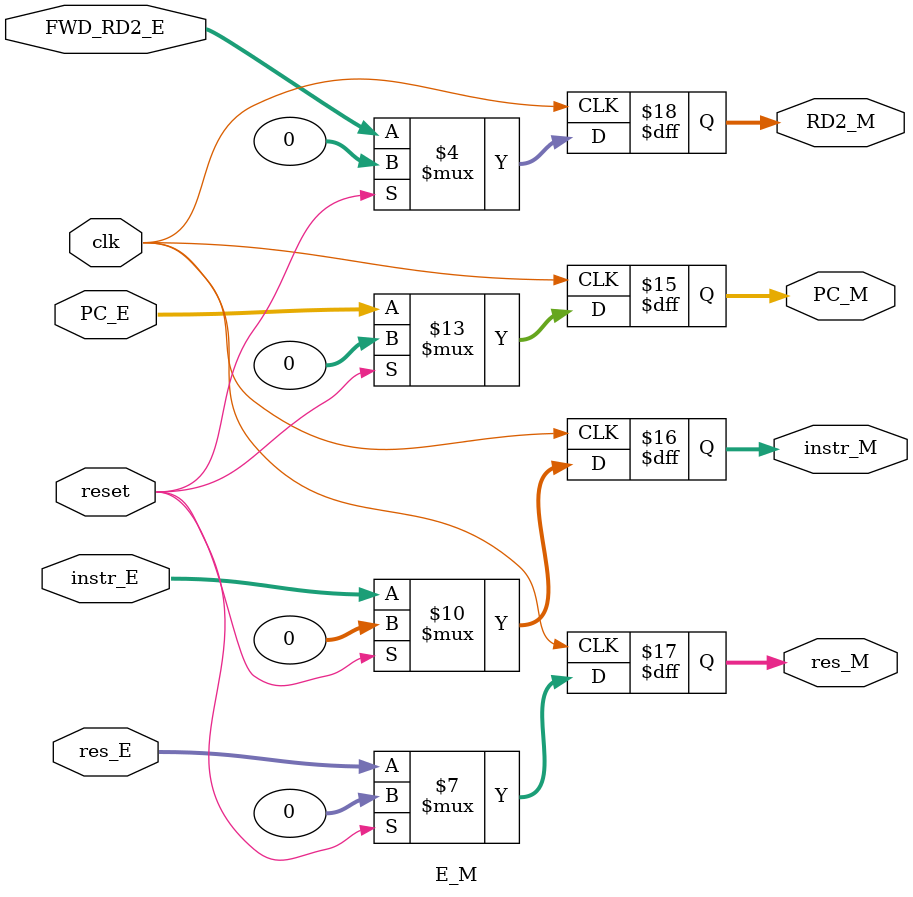
<source format=v>
`timescale 1ns / 1ps
module E_M(
    input clk,
    input reset,
    input [31:0] PC_E,
    input [31:0] instr_E,
    input [31:0] res_E,
    input [31:0] FWD_RD2_E,
    output reg [31:0] PC_M,
    output reg [31:0] instr_M,
    output reg [31:0] res_M,
    output reg [31:0] RD2_M
    );
	 initial begin
	     PC_M=0;
		  instr_M=0;
		  res_M=0;
		  RD2_M=0;
	 end
	 always@(posedge clk)begin
	    if(reset) begin
		 	 PC_M<=0;
		    instr_M<=0;
		    res_M<=0;
		    RD2_M<=0;
		 end
		 else begin
		    PC_M<=PC_E;
			 instr_M<=instr_E;
			 res_M<=res_E;
			 RD2_M<=FWD_RD2_E;
		 end
	 end


endmodule

</source>
